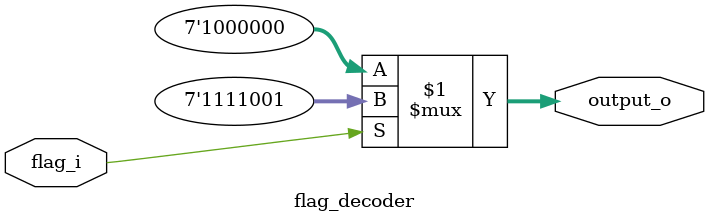
<source format=sv>
module flag_decoder 
(
	input flag_i,
	output [6:0] output_o
);
	assign output_o = (flag_i) ? 7'b11111001: 7'b1000000;
endmodule
</source>
